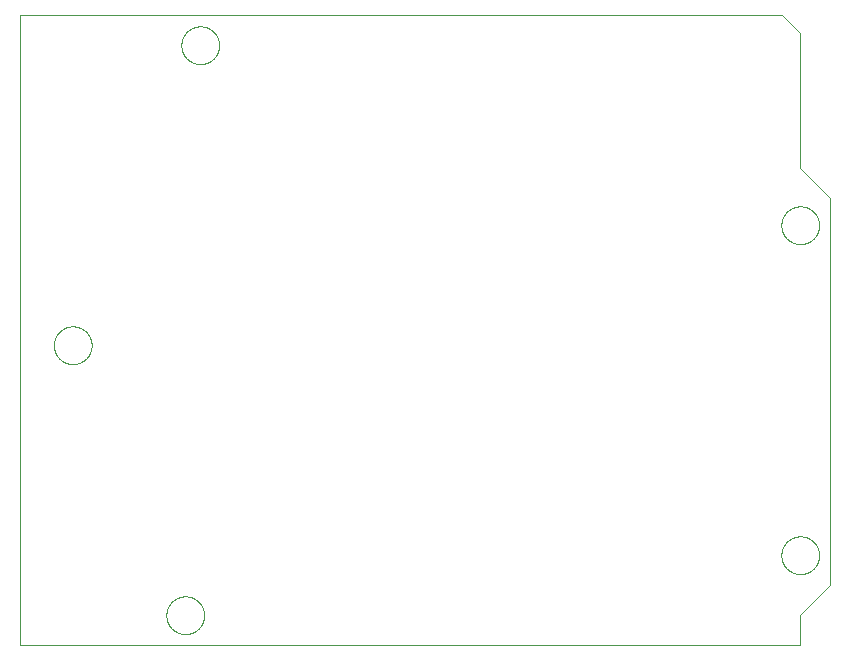
<source format=gko>
G04 This is an RS-274x file exported by *
G04 gerbv version 2.6.1 *
G04 More information is available about gerbv at *
G04 http://gerbv.geda-project.org/ *
G04 --End of header info--*
%MOIN*%
%FSLAX34Y34*%
%IPPOS*%
G04 --Define apertures--*
%ADD10C,0.0000*%
G04 --Start main section--*
G54D10*
G01X0002260Y0000500D02*
G01X0002260Y0021500D01*
G01X0002260Y0021500D02*
G01X0027660Y0021500D01*
G01X0027660Y0021500D02*
G01X0028260Y0020900D01*
G01X0028260Y0020900D02*
G01X0028260Y0016400D01*
G01X0028260Y0016400D02*
G01X0029260Y0015400D01*
G01X0029260Y0015400D02*
G01X0029260Y0002500D01*
G01X0029260Y0002500D02*
G01X0028260Y0001500D01*
G01X0028260Y0001500D02*
G01X0028260Y0000500D01*
G01X0028260Y0000500D02*
G01X0002260Y0000500D01*
G01X0007130Y0001500D02*
G01X0007130Y0001516D01*
G01X0007130Y0001516D02*
G01X0007130Y0001532D01*
G01X0007130Y0001532D02*
G01X0007131Y0001547D01*
G01X0007131Y0001547D02*
G01X0007133Y0001563D01*
G01X0007133Y0001563D02*
G01X0007135Y0001579D01*
G01X0007135Y0001579D02*
G01X0007137Y0001595D01*
G01X0007137Y0001595D02*
G01X0007139Y0001610D01*
G01X0007139Y0001610D02*
G01X0007142Y0001626D01*
G01X0007142Y0001626D02*
G01X0007146Y0001641D01*
G01X0007146Y0001641D02*
G01X0007149Y0001657D01*
G01X0007149Y0001657D02*
G01X0007154Y0001672D01*
G01X0007154Y0001672D02*
G01X0007158Y0001687D01*
G01X0007158Y0001687D02*
G01X0007163Y0001702D01*
G01X0007163Y0001702D02*
G01X0007168Y0001717D01*
G01X0007168Y0001717D02*
G01X0007174Y0001732D01*
G01X0007174Y0001732D02*
G01X0007180Y0001747D01*
G01X0007180Y0001747D02*
G01X0007186Y0001761D01*
G01X0007186Y0001761D02*
G01X0007193Y0001775D01*
G01X0007193Y0001775D02*
G01X0007200Y0001790D01*
G01X0007200Y0001790D02*
G01X0007208Y0001804D01*
G01X0007208Y0001804D02*
G01X0007215Y0001817D01*
G01X0007215Y0001817D02*
G01X0007224Y0001831D01*
G01X0007224Y0001831D02*
G01X0007232Y0001844D01*
G01X0007232Y0001844D02*
G01X0007241Y0001857D01*
G01X0007241Y0001857D02*
G01X0007250Y0001870D01*
G01X0007250Y0001870D02*
G01X0007259Y0001883D01*
G01X0007259Y0001883D02*
G01X0007269Y0001895D01*
G01X0007269Y0001895D02*
G01X0007279Y0001908D01*
G01X0007279Y0001908D02*
G01X0007290Y0001920D01*
G01X0007290Y0001920D02*
G01X0007300Y0001931D01*
G01X0007300Y0001931D02*
G01X0007311Y0001943D01*
G01X0007311Y0001943D02*
G01X0007323Y0001954D01*
G01X0007323Y0001954D02*
G01X0007334Y0001965D01*
G01X0007334Y0001965D02*
G01X0007346Y0001975D01*
G01X0007346Y0001975D02*
G01X0007358Y0001985D01*
G01X0007358Y0001985D02*
G01X0007370Y0001995D01*
G01X0007370Y0001995D02*
G01X0007383Y0002005D01*
G01X0007383Y0002005D02*
G01X0007396Y0002014D01*
G01X0007396Y0002014D02*
G01X0007409Y0002023D01*
G01X0007409Y0002023D02*
G01X0007422Y0002032D01*
G01X0007422Y0002032D02*
G01X0007436Y0002040D01*
G01X0007436Y0002040D02*
G01X0007449Y0002048D01*
G01X0007449Y0002048D02*
G01X0007463Y0002056D01*
G01X0007463Y0002056D02*
G01X0007477Y0002063D01*
G01X0007477Y0002063D02*
G01X0007491Y0002070D01*
G01X0007491Y0002070D02*
G01X0007506Y0002077D01*
G01X0007506Y0002077D02*
G01X0007520Y0002083D01*
G01X0007520Y0002083D02*
G01X0007535Y0002089D01*
G01X0007535Y0002089D02*
G01X0007550Y0002094D01*
G01X0007550Y0002094D02*
G01X0007565Y0002099D01*
G01X0007565Y0002099D02*
G01X0007580Y0002104D01*
G01X0007580Y0002104D02*
G01X0007595Y0002108D01*
G01X0007595Y0002108D02*
G01X0007611Y0002112D01*
G01X0007611Y0002112D02*
G01X0007626Y0002116D01*
G01X0007626Y0002116D02*
G01X0007642Y0002119D01*
G01X0007642Y0002119D02*
G01X0007657Y0002122D01*
G01X0007657Y0002122D02*
G01X0007673Y0002124D01*
G01X0007673Y0002124D02*
G01X0007688Y0002126D01*
G01X0007688Y0002126D02*
G01X0007704Y0002128D01*
G01X0007704Y0002128D02*
G01X0007720Y0002129D01*
G01X0007720Y0002129D02*
G01X0007736Y0002130D01*
G01X0007736Y0002130D02*
G01X0007752Y0002130D01*
G01X0007752Y0002130D02*
G01X0007767Y0002130D01*
G01X0007767Y0002130D02*
G01X0007783Y0002130D01*
G01X0007783Y0002130D02*
G01X0007799Y0002129D01*
G01X0007799Y0002129D02*
G01X0007815Y0002128D01*
G01X0007815Y0002128D02*
G01X0007831Y0002126D01*
G01X0007831Y0002126D02*
G01X0007846Y0002124D01*
G01X0007846Y0002124D02*
G01X0007862Y0002122D01*
G01X0007862Y0002122D02*
G01X0007877Y0002119D01*
G01X0007877Y0002119D02*
G01X0007893Y0002116D01*
G01X0007893Y0002116D02*
G01X0007909Y0002112D01*
G01X0007909Y0002112D02*
G01X0007924Y0002108D01*
G01X0007924Y0002108D02*
G01X0007939Y0002104D01*
G01X0007939Y0002104D02*
G01X0007954Y0002099D01*
G01X0007954Y0002099D02*
G01X0007969Y0002094D01*
G01X0007969Y0002094D02*
G01X0007984Y0002089D01*
G01X0007984Y0002089D02*
G01X0007999Y0002083D01*
G01X0007999Y0002083D02*
G01X0008013Y0002077D01*
G01X0008013Y0002077D02*
G01X0008028Y0002070D01*
G01X0008028Y0002070D02*
G01X0008042Y0002063D01*
G01X0008042Y0002063D02*
G01X0008056Y0002056D01*
G01X0008056Y0002056D02*
G01X0008070Y0002048D01*
G01X0008070Y0002048D02*
G01X0008084Y0002040D01*
G01X0008084Y0002040D02*
G01X0008097Y0002032D01*
G01X0008097Y0002032D02*
G01X0008110Y0002023D01*
G01X0008110Y0002023D02*
G01X0008123Y0002014D01*
G01X0008123Y0002014D02*
G01X0008136Y0002005D01*
G01X0008136Y0002005D02*
G01X0008149Y0001995D01*
G01X0008149Y0001995D02*
G01X0008161Y0001985D01*
G01X0008161Y0001985D02*
G01X0008173Y0001975D01*
G01X0008173Y0001975D02*
G01X0008185Y0001965D01*
G01X0008185Y0001965D02*
G01X0008196Y0001954D01*
G01X0008196Y0001954D02*
G01X0008208Y0001943D01*
G01X0008208Y0001943D02*
G01X0008219Y0001931D01*
G01X0008219Y0001931D02*
G01X0008229Y0001920D01*
G01X0008229Y0001920D02*
G01X0008240Y0001908D01*
G01X0008240Y0001908D02*
G01X0008250Y0001895D01*
G01X0008250Y0001895D02*
G01X0008260Y0001883D01*
G01X0008260Y0001883D02*
G01X0008269Y0001870D01*
G01X0008269Y0001870D02*
G01X0008278Y0001857D01*
G01X0008278Y0001857D02*
G01X0008287Y0001844D01*
G01X0008287Y0001844D02*
G01X0008296Y0001831D01*
G01X0008296Y0001831D02*
G01X0008304Y0001817D01*
G01X0008304Y0001817D02*
G01X0008312Y0001804D01*
G01X0008312Y0001804D02*
G01X0008319Y0001790D01*
G01X0008319Y0001790D02*
G01X0008326Y0001775D01*
G01X0008326Y0001775D02*
G01X0008333Y0001761D01*
G01X0008333Y0001761D02*
G01X0008339Y0001747D01*
G01X0008339Y0001747D02*
G01X0008345Y0001732D01*
G01X0008345Y0001732D02*
G01X0008351Y0001717D01*
G01X0008351Y0001717D02*
G01X0008356Y0001702D01*
G01X0008356Y0001702D02*
G01X0008361Y0001687D01*
G01X0008361Y0001687D02*
G01X0008366Y0001672D01*
G01X0008366Y0001672D02*
G01X0008370Y0001657D01*
G01X0008370Y0001657D02*
G01X0008373Y0001641D01*
G01X0008373Y0001641D02*
G01X0008377Y0001626D01*
G01X0008377Y0001626D02*
G01X0008380Y0001610D01*
G01X0008380Y0001610D02*
G01X0008382Y0001595D01*
G01X0008382Y0001595D02*
G01X0008384Y0001579D01*
G01X0008384Y0001579D02*
G01X0008386Y0001563D01*
G01X0008386Y0001563D02*
G01X0008388Y0001547D01*
G01X0008388Y0001547D02*
G01X0008389Y0001532D01*
G01X0008389Y0001532D02*
G01X0008389Y0001516D01*
G01X0008389Y0001516D02*
G01X0008389Y0001500D01*
G01X0008389Y0001500D02*
G01X0008389Y0001484D01*
G01X0008389Y0001484D02*
G01X0008389Y0001468D01*
G01X0008389Y0001468D02*
G01X0008388Y0001453D01*
G01X0008388Y0001453D02*
G01X0008386Y0001437D01*
G01X0008386Y0001437D02*
G01X0008384Y0001421D01*
G01X0008384Y0001421D02*
G01X0008382Y0001405D01*
G01X0008382Y0001405D02*
G01X0008380Y0001390D01*
G01X0008380Y0001390D02*
G01X0008377Y0001374D01*
G01X0008377Y0001374D02*
G01X0008373Y0001359D01*
G01X0008373Y0001359D02*
G01X0008370Y0001343D01*
G01X0008370Y0001343D02*
G01X0008366Y0001328D01*
G01X0008366Y0001328D02*
G01X0008361Y0001313D01*
G01X0008361Y0001313D02*
G01X0008356Y0001298D01*
G01X0008356Y0001298D02*
G01X0008351Y0001283D01*
G01X0008351Y0001283D02*
G01X0008345Y0001268D01*
G01X0008345Y0001268D02*
G01X0008339Y0001254D01*
G01X0008339Y0001254D02*
G01X0008333Y0001239D01*
G01X0008333Y0001239D02*
G01X0008326Y0001225D01*
G01X0008326Y0001225D02*
G01X0008319Y0001211D01*
G01X0008319Y0001211D02*
G01X0008312Y0001197D01*
G01X0008312Y0001197D02*
G01X0008304Y0001183D01*
G01X0008304Y0001183D02*
G01X0008296Y0001169D01*
G01X0008296Y0001169D02*
G01X0008287Y0001156D01*
G01X0008287Y0001156D02*
G01X0008278Y0001143D01*
G01X0008278Y0001143D02*
G01X0008269Y0001130D01*
G01X0008269Y0001130D02*
G01X0008260Y0001117D01*
G01X0008260Y0001117D02*
G01X0008250Y0001105D01*
G01X0008250Y0001105D02*
G01X0008240Y0001092D01*
G01X0008240Y0001092D02*
G01X0008229Y0001081D01*
G01X0008229Y0001081D02*
G01X0008219Y0001069D01*
G01X0008219Y0001069D02*
G01X0008208Y0001057D01*
G01X0008208Y0001057D02*
G01X0008196Y0001046D01*
G01X0008196Y0001046D02*
G01X0008185Y0001035D01*
G01X0008185Y0001035D02*
G01X0008173Y0001025D01*
G01X0008173Y0001025D02*
G01X0008161Y0001015D01*
G01X0008161Y0001015D02*
G01X0008149Y0001005D01*
G01X0008149Y0001005D02*
G01X0008136Y0000995D01*
G01X0008136Y0000995D02*
G01X0008123Y0000986D01*
G01X0008123Y0000986D02*
G01X0008110Y0000977D01*
G01X0008110Y0000977D02*
G01X0008097Y0000968D01*
G01X0008097Y0000968D02*
G01X0008084Y0000960D01*
G01X0008084Y0000960D02*
G01X0008070Y0000952D01*
G01X0008070Y0000952D02*
G01X0008056Y0000944D01*
G01X0008056Y0000944D02*
G01X0008042Y0000937D01*
G01X0008042Y0000937D02*
G01X0008028Y0000930D01*
G01X0008028Y0000930D02*
G01X0008013Y0000924D01*
G01X0008013Y0000924D02*
G01X0007999Y0000917D01*
G01X0007999Y0000917D02*
G01X0007984Y0000912D01*
G01X0007984Y0000912D02*
G01X0007969Y0000906D01*
G01X0007969Y0000906D02*
G01X0007954Y0000901D01*
G01X0007954Y0000901D02*
G01X0007939Y0000896D01*
G01X0007939Y0000896D02*
G01X0007924Y0000892D01*
G01X0007924Y0000892D02*
G01X0007909Y0000888D01*
G01X0007909Y0000888D02*
G01X0007893Y0000884D01*
G01X0007893Y0000884D02*
G01X0007877Y0000881D01*
G01X0007877Y0000881D02*
G01X0007862Y0000879D01*
G01X0007862Y0000879D02*
G01X0007846Y0000876D01*
G01X0007846Y0000876D02*
G01X0007831Y0000874D01*
G01X0007831Y0000874D02*
G01X0007815Y0000872D01*
G01X0007815Y0000872D02*
G01X0007799Y0000871D01*
G01X0007799Y0000871D02*
G01X0007783Y0000871D01*
G01X0007783Y0000871D02*
G01X0007767Y0000870D01*
G01X0007767Y0000870D02*
G01X0007752Y0000870D01*
G01X0007752Y0000870D02*
G01X0007736Y0000871D01*
G01X0007736Y0000871D02*
G01X0007720Y0000871D01*
G01X0007720Y0000871D02*
G01X0007704Y0000872D01*
G01X0007704Y0000872D02*
G01X0007688Y0000874D01*
G01X0007688Y0000874D02*
G01X0007673Y0000876D01*
G01X0007673Y0000876D02*
G01X0007657Y0000879D01*
G01X0007657Y0000879D02*
G01X0007642Y0000881D01*
G01X0007642Y0000881D02*
G01X0007626Y0000884D01*
G01X0007626Y0000884D02*
G01X0007611Y0000888D01*
G01X0007611Y0000888D02*
G01X0007595Y0000892D01*
G01X0007595Y0000892D02*
G01X0007580Y0000896D01*
G01X0007580Y0000896D02*
G01X0007565Y0000901D01*
G01X0007565Y0000901D02*
G01X0007550Y0000906D01*
G01X0007550Y0000906D02*
G01X0007535Y0000912D01*
G01X0007535Y0000912D02*
G01X0007520Y0000917D01*
G01X0007520Y0000917D02*
G01X0007506Y0000924D01*
G01X0007506Y0000924D02*
G01X0007491Y0000930D01*
G01X0007491Y0000930D02*
G01X0007477Y0000937D01*
G01X0007477Y0000937D02*
G01X0007463Y0000944D01*
G01X0007463Y0000944D02*
G01X0007449Y0000952D01*
G01X0007449Y0000952D02*
G01X0007436Y0000960D01*
G01X0007436Y0000960D02*
G01X0007422Y0000968D01*
G01X0007422Y0000968D02*
G01X0007409Y0000977D01*
G01X0007409Y0000977D02*
G01X0007396Y0000986D01*
G01X0007396Y0000986D02*
G01X0007383Y0000995D01*
G01X0007383Y0000995D02*
G01X0007370Y0001005D01*
G01X0007370Y0001005D02*
G01X0007358Y0001015D01*
G01X0007358Y0001015D02*
G01X0007346Y0001025D01*
G01X0007346Y0001025D02*
G01X0007334Y0001035D01*
G01X0007334Y0001035D02*
G01X0007323Y0001046D01*
G01X0007323Y0001046D02*
G01X0007311Y0001057D01*
G01X0007311Y0001057D02*
G01X0007300Y0001069D01*
G01X0007300Y0001069D02*
G01X0007290Y0001081D01*
G01X0007290Y0001081D02*
G01X0007279Y0001092D01*
G01X0007279Y0001092D02*
G01X0007269Y0001105D01*
G01X0007269Y0001105D02*
G01X0007259Y0001117D01*
G01X0007259Y0001117D02*
G01X0007250Y0001130D01*
G01X0007250Y0001130D02*
G01X0007241Y0001143D01*
G01X0007241Y0001143D02*
G01X0007232Y0001156D01*
G01X0007232Y0001156D02*
G01X0007224Y0001169D01*
G01X0007224Y0001169D02*
G01X0007215Y0001183D01*
G01X0007215Y0001183D02*
G01X0007208Y0001197D01*
G01X0007208Y0001197D02*
G01X0007200Y0001211D01*
G01X0007200Y0001211D02*
G01X0007193Y0001225D01*
G01X0007193Y0001225D02*
G01X0007186Y0001239D01*
G01X0007186Y0001239D02*
G01X0007180Y0001254D01*
G01X0007180Y0001254D02*
G01X0007174Y0001268D01*
G01X0007174Y0001268D02*
G01X0007168Y0001283D01*
G01X0007168Y0001283D02*
G01X0007163Y0001298D01*
G01X0007163Y0001298D02*
G01X0007158Y0001313D01*
G01X0007158Y0001313D02*
G01X0007154Y0001328D01*
G01X0007154Y0001328D02*
G01X0007149Y0001343D01*
G01X0007149Y0001343D02*
G01X0007146Y0001359D01*
G01X0007146Y0001359D02*
G01X0007142Y0001374D01*
G01X0007142Y0001374D02*
G01X0007139Y0001390D01*
G01X0007139Y0001390D02*
G01X0007137Y0001405D01*
G01X0007137Y0001405D02*
G01X0007135Y0001421D01*
G01X0007135Y0001421D02*
G01X0007133Y0001437D01*
G01X0007133Y0001437D02*
G01X0007131Y0001453D01*
G01X0007131Y0001453D02*
G01X0007130Y0001468D01*
G01X0007130Y0001468D02*
G01X0007130Y0001484D01*
G01X0007130Y0001484D02*
G01X0007130Y0001500D01*
G01X0003380Y0010500D02*
G01X0003380Y0010516D01*
G01X0003380Y0010516D02*
G01X0003380Y0010532D01*
G01X0003380Y0010532D02*
G01X0003381Y0010547D01*
G01X0003381Y0010547D02*
G01X0003383Y0010563D01*
G01X0003383Y0010563D02*
G01X0003385Y0010579D01*
G01X0003385Y0010579D02*
G01X0003387Y0010595D01*
G01X0003387Y0010595D02*
G01X0003389Y0010610D01*
G01X0003389Y0010610D02*
G01X0003392Y0010626D01*
G01X0003392Y0010626D02*
G01X0003396Y0010641D01*
G01X0003396Y0010641D02*
G01X0003399Y0010657D01*
G01X0003399Y0010657D02*
G01X0003404Y0010672D01*
G01X0003404Y0010672D02*
G01X0003408Y0010687D01*
G01X0003408Y0010687D02*
G01X0003413Y0010702D01*
G01X0003413Y0010702D02*
G01X0003418Y0010717D01*
G01X0003418Y0010717D02*
G01X0003424Y0010732D01*
G01X0003424Y0010732D02*
G01X0003430Y0010747D01*
G01X0003430Y0010747D02*
G01X0003436Y0010761D01*
G01X0003436Y0010761D02*
G01X0003443Y0010775D01*
G01X0003443Y0010775D02*
G01X0003450Y0010790D01*
G01X0003450Y0010790D02*
G01X0003458Y0010804D01*
G01X0003458Y0010804D02*
G01X0003465Y0010817D01*
G01X0003465Y0010817D02*
G01X0003474Y0010831D01*
G01X0003474Y0010831D02*
G01X0003482Y0010844D01*
G01X0003482Y0010844D02*
G01X0003491Y0010857D01*
G01X0003491Y0010857D02*
G01X0003500Y0010870D01*
G01X0003500Y0010870D02*
G01X0003509Y0010883D01*
G01X0003509Y0010883D02*
G01X0003519Y0010895D01*
G01X0003519Y0010895D02*
G01X0003529Y0010908D01*
G01X0003529Y0010908D02*
G01X0003540Y0010920D01*
G01X0003540Y0010920D02*
G01X0003550Y0010931D01*
G01X0003550Y0010931D02*
G01X0003561Y0010943D01*
G01X0003561Y0010943D02*
G01X0003573Y0010954D01*
G01X0003573Y0010954D02*
G01X0003584Y0010965D01*
G01X0003584Y0010965D02*
G01X0003596Y0010975D01*
G01X0003596Y0010975D02*
G01X0003608Y0010985D01*
G01X0003608Y0010985D02*
G01X0003620Y0010995D01*
G01X0003620Y0010995D02*
G01X0003633Y0011005D01*
G01X0003633Y0011005D02*
G01X0003646Y0011014D01*
G01X0003646Y0011014D02*
G01X0003659Y0011023D01*
G01X0003659Y0011023D02*
G01X0003672Y0011032D01*
G01X0003672Y0011032D02*
G01X0003686Y0011040D01*
G01X0003686Y0011040D02*
G01X0003699Y0011048D01*
G01X0003699Y0011048D02*
G01X0003713Y0011056D01*
G01X0003713Y0011056D02*
G01X0003727Y0011063D01*
G01X0003727Y0011063D02*
G01X0003741Y0011070D01*
G01X0003741Y0011070D02*
G01X0003756Y0011077D01*
G01X0003756Y0011077D02*
G01X0003770Y0011083D01*
G01X0003770Y0011083D02*
G01X0003785Y0011088D01*
G01X0003785Y0011088D02*
G01X0003800Y0011094D01*
G01X0003800Y0011094D02*
G01X0003815Y0011099D01*
G01X0003815Y0011099D02*
G01X0003830Y0011104D01*
G01X0003830Y0011104D02*
G01X0003845Y0011108D01*
G01X0003845Y0011108D02*
G01X0003861Y0011112D01*
G01X0003861Y0011112D02*
G01X0003876Y0011116D01*
G01X0003876Y0011116D02*
G01X0003892Y0011119D01*
G01X0003892Y0011119D02*
G01X0003907Y0011122D01*
G01X0003907Y0011122D02*
G01X0003923Y0011124D01*
G01X0003923Y0011124D02*
G01X0003938Y0011126D01*
G01X0003938Y0011126D02*
G01X0003954Y0011127D01*
G01X0003954Y0011127D02*
G01X0003970Y0011129D01*
G01X0003970Y0011129D02*
G01X0003986Y0011130D01*
G01X0003986Y0011130D02*
G01X0004002Y0011130D01*
G01X0004002Y0011130D02*
G01X0004017Y0011130D01*
G01X0004017Y0011130D02*
G01X0004033Y0011130D01*
G01X0004033Y0011130D02*
G01X0004049Y0011129D01*
G01X0004049Y0011129D02*
G01X0004065Y0011127D01*
G01X0004065Y0011127D02*
G01X0004081Y0011126D01*
G01X0004081Y0011126D02*
G01X0004096Y0011124D01*
G01X0004096Y0011124D02*
G01X0004112Y0011122D01*
G01X0004112Y0011122D02*
G01X0004128Y0011119D01*
G01X0004128Y0011119D02*
G01X0004143Y0011116D01*
G01X0004143Y0011116D02*
G01X0004159Y0011112D01*
G01X0004159Y0011112D02*
G01X0004174Y0011108D01*
G01X0004174Y0011108D02*
G01X0004189Y0011104D01*
G01X0004189Y0011104D02*
G01X0004204Y0011099D01*
G01X0004204Y0011099D02*
G01X0004219Y0011094D01*
G01X0004219Y0011094D02*
G01X0004234Y0011088D01*
G01X0004234Y0011088D02*
G01X0004249Y0011083D01*
G01X0004249Y0011083D02*
G01X0004263Y0011077D01*
G01X0004263Y0011077D02*
G01X0004278Y0011070D01*
G01X0004278Y0011070D02*
G01X0004292Y0011063D01*
G01X0004292Y0011063D02*
G01X0004306Y0011056D01*
G01X0004306Y0011056D02*
G01X0004320Y0011048D01*
G01X0004320Y0011048D02*
G01X0004334Y0011040D01*
G01X0004334Y0011040D02*
G01X0004347Y0011032D01*
G01X0004347Y0011032D02*
G01X0004360Y0011023D01*
G01X0004360Y0011023D02*
G01X0004373Y0011014D01*
G01X0004373Y0011014D02*
G01X0004386Y0011005D01*
G01X0004386Y0011005D02*
G01X0004399Y0010995D01*
G01X0004399Y0010995D02*
G01X0004411Y0010985D01*
G01X0004411Y0010985D02*
G01X0004423Y0010975D01*
G01X0004423Y0010975D02*
G01X0004435Y0010965D01*
G01X0004435Y0010965D02*
G01X0004446Y0010954D01*
G01X0004446Y0010954D02*
G01X0004458Y0010943D01*
G01X0004458Y0010943D02*
G01X0004469Y0010931D01*
G01X0004469Y0010931D02*
G01X0004479Y0010920D01*
G01X0004479Y0010920D02*
G01X0004490Y0010908D01*
G01X0004490Y0010908D02*
G01X0004500Y0010895D01*
G01X0004500Y0010895D02*
G01X0004510Y0010883D01*
G01X0004510Y0010883D02*
G01X0004519Y0010870D01*
G01X0004519Y0010870D02*
G01X0004528Y0010857D01*
G01X0004528Y0010857D02*
G01X0004537Y0010844D01*
G01X0004537Y0010844D02*
G01X0004546Y0010831D01*
G01X0004546Y0010831D02*
G01X0004554Y0010817D01*
G01X0004554Y0010817D02*
G01X0004562Y0010804D01*
G01X0004562Y0010804D02*
G01X0004569Y0010790D01*
G01X0004569Y0010790D02*
G01X0004576Y0010775D01*
G01X0004576Y0010775D02*
G01X0004583Y0010761D01*
G01X0004583Y0010761D02*
G01X0004589Y0010747D01*
G01X0004589Y0010747D02*
G01X0004595Y0010732D01*
G01X0004595Y0010732D02*
G01X0004601Y0010717D01*
G01X0004601Y0010717D02*
G01X0004606Y0010702D01*
G01X0004606Y0010702D02*
G01X0004611Y0010687D01*
G01X0004611Y0010687D02*
G01X0004616Y0010672D01*
G01X0004616Y0010672D02*
G01X0004620Y0010657D01*
G01X0004620Y0010657D02*
G01X0004623Y0010641D01*
G01X0004623Y0010641D02*
G01X0004627Y0010626D01*
G01X0004627Y0010626D02*
G01X0004630Y0010610D01*
G01X0004630Y0010610D02*
G01X0004632Y0010595D01*
G01X0004632Y0010595D02*
G01X0004634Y0010579D01*
G01X0004634Y0010579D02*
G01X0004636Y0010563D01*
G01X0004636Y0010563D02*
G01X0004638Y0010547D01*
G01X0004638Y0010547D02*
G01X0004639Y0010532D01*
G01X0004639Y0010532D02*
G01X0004639Y0010516D01*
G01X0004639Y0010516D02*
G01X0004639Y0010500D01*
G01X0004639Y0010500D02*
G01X0004639Y0010484D01*
G01X0004639Y0010484D02*
G01X0004639Y0010468D01*
G01X0004639Y0010468D02*
G01X0004638Y0010453D01*
G01X0004638Y0010453D02*
G01X0004636Y0010437D01*
G01X0004636Y0010437D02*
G01X0004634Y0010421D01*
G01X0004634Y0010421D02*
G01X0004632Y0010405D01*
G01X0004632Y0010405D02*
G01X0004630Y0010390D01*
G01X0004630Y0010390D02*
G01X0004627Y0010374D01*
G01X0004627Y0010374D02*
G01X0004623Y0010359D01*
G01X0004623Y0010359D02*
G01X0004620Y0010343D01*
G01X0004620Y0010343D02*
G01X0004616Y0010328D01*
G01X0004616Y0010328D02*
G01X0004611Y0010313D01*
G01X0004611Y0010313D02*
G01X0004606Y0010298D01*
G01X0004606Y0010298D02*
G01X0004601Y0010283D01*
G01X0004601Y0010283D02*
G01X0004595Y0010268D01*
G01X0004595Y0010268D02*
G01X0004589Y0010254D01*
G01X0004589Y0010254D02*
G01X0004583Y0010239D01*
G01X0004583Y0010239D02*
G01X0004576Y0010225D01*
G01X0004576Y0010225D02*
G01X0004569Y0010211D01*
G01X0004569Y0010211D02*
G01X0004562Y0010197D01*
G01X0004562Y0010197D02*
G01X0004554Y0010183D01*
G01X0004554Y0010183D02*
G01X0004546Y0010169D01*
G01X0004546Y0010169D02*
G01X0004537Y0010156D01*
G01X0004537Y0010156D02*
G01X0004528Y0010143D01*
G01X0004528Y0010143D02*
G01X0004519Y0010130D01*
G01X0004519Y0010130D02*
G01X0004510Y0010117D01*
G01X0004510Y0010117D02*
G01X0004500Y0010105D01*
G01X0004500Y0010105D02*
G01X0004490Y0010092D01*
G01X0004490Y0010092D02*
G01X0004479Y0010080D01*
G01X0004479Y0010080D02*
G01X0004469Y0010069D01*
G01X0004469Y0010069D02*
G01X0004458Y0010057D01*
G01X0004458Y0010057D02*
G01X0004446Y0010046D01*
G01X0004446Y0010046D02*
G01X0004435Y0010035D01*
G01X0004435Y0010035D02*
G01X0004423Y0010025D01*
G01X0004423Y0010025D02*
G01X0004411Y0010015D01*
G01X0004411Y0010015D02*
G01X0004399Y0010005D01*
G01X0004399Y0010005D02*
G01X0004386Y0009995D01*
G01X0004386Y0009995D02*
G01X0004373Y0009986D01*
G01X0004373Y0009986D02*
G01X0004360Y0009977D01*
G01X0004360Y0009977D02*
G01X0004347Y0009968D01*
G01X0004347Y0009968D02*
G01X0004334Y0009960D01*
G01X0004334Y0009960D02*
G01X0004320Y0009952D01*
G01X0004320Y0009952D02*
G01X0004306Y0009944D01*
G01X0004306Y0009944D02*
G01X0004292Y0009937D01*
G01X0004292Y0009937D02*
G01X0004278Y0009930D01*
G01X0004278Y0009930D02*
G01X0004263Y0009924D01*
G01X0004263Y0009924D02*
G01X0004249Y0009917D01*
G01X0004249Y0009917D02*
G01X0004234Y0009912D01*
G01X0004234Y0009912D02*
G01X0004219Y0009906D01*
G01X0004219Y0009906D02*
G01X0004204Y0009901D01*
G01X0004204Y0009901D02*
G01X0004189Y0009896D01*
G01X0004189Y0009896D02*
G01X0004174Y0009892D01*
G01X0004174Y0009892D02*
G01X0004159Y0009888D01*
G01X0004159Y0009888D02*
G01X0004143Y0009884D01*
G01X0004143Y0009884D02*
G01X0004128Y0009881D01*
G01X0004128Y0009881D02*
G01X0004112Y0009879D01*
G01X0004112Y0009879D02*
G01X0004096Y0009876D01*
G01X0004096Y0009876D02*
G01X0004081Y0009874D01*
G01X0004081Y0009874D02*
G01X0004065Y0009873D01*
G01X0004065Y0009873D02*
G01X0004049Y0009871D01*
G01X0004049Y0009871D02*
G01X0004033Y0009871D01*
G01X0004033Y0009871D02*
G01X0004017Y0009870D01*
G01X0004017Y0009870D02*
G01X0004002Y0009870D01*
G01X0004002Y0009870D02*
G01X0003986Y0009871D01*
G01X0003986Y0009871D02*
G01X0003970Y0009871D01*
G01X0003970Y0009871D02*
G01X0003954Y0009873D01*
G01X0003954Y0009873D02*
G01X0003938Y0009874D01*
G01X0003938Y0009874D02*
G01X0003923Y0009876D01*
G01X0003923Y0009876D02*
G01X0003907Y0009879D01*
G01X0003907Y0009879D02*
G01X0003892Y0009881D01*
G01X0003892Y0009881D02*
G01X0003876Y0009884D01*
G01X0003876Y0009884D02*
G01X0003861Y0009888D01*
G01X0003861Y0009888D02*
G01X0003845Y0009892D01*
G01X0003845Y0009892D02*
G01X0003830Y0009896D01*
G01X0003830Y0009896D02*
G01X0003815Y0009901D01*
G01X0003815Y0009901D02*
G01X0003800Y0009906D01*
G01X0003800Y0009906D02*
G01X0003785Y0009912D01*
G01X0003785Y0009912D02*
G01X0003770Y0009917D01*
G01X0003770Y0009917D02*
G01X0003756Y0009924D01*
G01X0003756Y0009924D02*
G01X0003741Y0009930D01*
G01X0003741Y0009930D02*
G01X0003727Y0009937D01*
G01X0003727Y0009937D02*
G01X0003713Y0009944D01*
G01X0003713Y0009944D02*
G01X0003699Y0009952D01*
G01X0003699Y0009952D02*
G01X0003686Y0009960D01*
G01X0003686Y0009960D02*
G01X0003672Y0009968D01*
G01X0003672Y0009968D02*
G01X0003659Y0009977D01*
G01X0003659Y0009977D02*
G01X0003646Y0009986D01*
G01X0003646Y0009986D02*
G01X0003633Y0009995D01*
G01X0003633Y0009995D02*
G01X0003620Y0010005D01*
G01X0003620Y0010005D02*
G01X0003608Y0010015D01*
G01X0003608Y0010015D02*
G01X0003596Y0010025D01*
G01X0003596Y0010025D02*
G01X0003584Y0010035D01*
G01X0003584Y0010035D02*
G01X0003573Y0010046D01*
G01X0003573Y0010046D02*
G01X0003561Y0010057D01*
G01X0003561Y0010057D02*
G01X0003550Y0010069D01*
G01X0003550Y0010069D02*
G01X0003540Y0010080D01*
G01X0003540Y0010080D02*
G01X0003529Y0010092D01*
G01X0003529Y0010092D02*
G01X0003519Y0010105D01*
G01X0003519Y0010105D02*
G01X0003509Y0010117D01*
G01X0003509Y0010117D02*
G01X0003500Y0010130D01*
G01X0003500Y0010130D02*
G01X0003491Y0010143D01*
G01X0003491Y0010143D02*
G01X0003482Y0010156D01*
G01X0003482Y0010156D02*
G01X0003474Y0010169D01*
G01X0003474Y0010169D02*
G01X0003465Y0010183D01*
G01X0003465Y0010183D02*
G01X0003458Y0010197D01*
G01X0003458Y0010197D02*
G01X0003450Y0010211D01*
G01X0003450Y0010211D02*
G01X0003443Y0010225D01*
G01X0003443Y0010225D02*
G01X0003436Y0010239D01*
G01X0003436Y0010239D02*
G01X0003430Y0010254D01*
G01X0003430Y0010254D02*
G01X0003424Y0010268D01*
G01X0003424Y0010268D02*
G01X0003418Y0010283D01*
G01X0003418Y0010283D02*
G01X0003413Y0010298D01*
G01X0003413Y0010298D02*
G01X0003408Y0010313D01*
G01X0003408Y0010313D02*
G01X0003404Y0010328D01*
G01X0003404Y0010328D02*
G01X0003399Y0010343D01*
G01X0003399Y0010343D02*
G01X0003396Y0010359D01*
G01X0003396Y0010359D02*
G01X0003392Y0010374D01*
G01X0003392Y0010374D02*
G01X0003389Y0010390D01*
G01X0003389Y0010390D02*
G01X0003387Y0010405D01*
G01X0003387Y0010405D02*
G01X0003385Y0010421D01*
G01X0003385Y0010421D02*
G01X0003383Y0010437D01*
G01X0003383Y0010437D02*
G01X0003381Y0010453D01*
G01X0003381Y0010453D02*
G01X0003380Y0010468D01*
G01X0003380Y0010468D02*
G01X0003380Y0010484D01*
G01X0003380Y0010484D02*
G01X0003380Y0010500D01*
G01X0007630Y0020500D02*
G01X0007630Y0020516D01*
G01X0007630Y0020516D02*
G01X0007630Y0020532D01*
G01X0007630Y0020532D02*
G01X0007631Y0020547D01*
G01X0007631Y0020547D02*
G01X0007633Y0020563D01*
G01X0007633Y0020563D02*
G01X0007635Y0020579D01*
G01X0007635Y0020579D02*
G01X0007637Y0020595D01*
G01X0007637Y0020595D02*
G01X0007639Y0020610D01*
G01X0007639Y0020610D02*
G01X0007642Y0020626D01*
G01X0007642Y0020626D02*
G01X0007646Y0020641D01*
G01X0007646Y0020641D02*
G01X0007649Y0020657D01*
G01X0007649Y0020657D02*
G01X0007654Y0020672D01*
G01X0007654Y0020672D02*
G01X0007658Y0020687D01*
G01X0007658Y0020687D02*
G01X0007663Y0020702D01*
G01X0007663Y0020702D02*
G01X0007668Y0020717D01*
G01X0007668Y0020717D02*
G01X0007674Y0020732D01*
G01X0007674Y0020732D02*
G01X0007680Y0020747D01*
G01X0007680Y0020747D02*
G01X0007686Y0020761D01*
G01X0007686Y0020761D02*
G01X0007693Y0020775D01*
G01X0007693Y0020775D02*
G01X0007700Y0020790D01*
G01X0007700Y0020790D02*
G01X0007708Y0020804D01*
G01X0007708Y0020804D02*
G01X0007715Y0020817D01*
G01X0007715Y0020817D02*
G01X0007724Y0020831D01*
G01X0007724Y0020831D02*
G01X0007732Y0020844D01*
G01X0007732Y0020844D02*
G01X0007741Y0020857D01*
G01X0007741Y0020857D02*
G01X0007750Y0020870D01*
G01X0007750Y0020870D02*
G01X0007759Y0020883D01*
G01X0007759Y0020883D02*
G01X0007769Y0020895D01*
G01X0007769Y0020895D02*
G01X0007779Y0020908D01*
G01X0007779Y0020908D02*
G01X0007790Y0020920D01*
G01X0007790Y0020920D02*
G01X0007800Y0020931D01*
G01X0007800Y0020931D02*
G01X0007811Y0020943D01*
G01X0007811Y0020943D02*
G01X0007823Y0020954D01*
G01X0007823Y0020954D02*
G01X0007834Y0020965D01*
G01X0007834Y0020965D02*
G01X0007846Y0020975D01*
G01X0007846Y0020975D02*
G01X0007858Y0020985D01*
G01X0007858Y0020985D02*
G01X0007870Y0020995D01*
G01X0007870Y0020995D02*
G01X0007883Y0021005D01*
G01X0007883Y0021005D02*
G01X0007896Y0021014D01*
G01X0007896Y0021014D02*
G01X0007909Y0021023D01*
G01X0007909Y0021023D02*
G01X0007922Y0021032D01*
G01X0007922Y0021032D02*
G01X0007936Y0021040D01*
G01X0007936Y0021040D02*
G01X0007949Y0021048D01*
G01X0007949Y0021048D02*
G01X0007963Y0021056D01*
G01X0007963Y0021056D02*
G01X0007977Y0021063D01*
G01X0007977Y0021063D02*
G01X0007991Y0021070D01*
G01X0007991Y0021070D02*
G01X0008006Y0021077D01*
G01X0008006Y0021077D02*
G01X0008020Y0021083D01*
G01X0008020Y0021083D02*
G01X0008035Y0021089D01*
G01X0008035Y0021089D02*
G01X0008050Y0021094D01*
G01X0008050Y0021094D02*
G01X0008065Y0021099D01*
G01X0008065Y0021099D02*
G01X0008080Y0021104D01*
G01X0008080Y0021104D02*
G01X0008095Y0021108D01*
G01X0008095Y0021108D02*
G01X0008111Y0021112D01*
G01X0008111Y0021112D02*
G01X0008126Y0021116D01*
G01X0008126Y0021116D02*
G01X0008142Y0021119D01*
G01X0008142Y0021119D02*
G01X0008157Y0021122D01*
G01X0008157Y0021122D02*
G01X0008173Y0021124D01*
G01X0008173Y0021124D02*
G01X0008188Y0021126D01*
G01X0008188Y0021126D02*
G01X0008204Y0021128D01*
G01X0008204Y0021128D02*
G01X0008220Y0021129D01*
G01X0008220Y0021129D02*
G01X0008236Y0021130D01*
G01X0008236Y0021130D02*
G01X0008252Y0021130D01*
G01X0008252Y0021130D02*
G01X0008267Y0021130D01*
G01X0008267Y0021130D02*
G01X0008283Y0021130D01*
G01X0008283Y0021130D02*
G01X0008299Y0021129D01*
G01X0008299Y0021129D02*
G01X0008315Y0021128D01*
G01X0008315Y0021128D02*
G01X0008331Y0021126D01*
G01X0008331Y0021126D02*
G01X0008346Y0021124D01*
G01X0008346Y0021124D02*
G01X0008362Y0021122D01*
G01X0008362Y0021122D02*
G01X0008378Y0021119D01*
G01X0008378Y0021119D02*
G01X0008393Y0021116D01*
G01X0008393Y0021116D02*
G01X0008409Y0021112D01*
G01X0008409Y0021112D02*
G01X0008424Y0021108D01*
G01X0008424Y0021108D02*
G01X0008439Y0021104D01*
G01X0008439Y0021104D02*
G01X0008454Y0021099D01*
G01X0008454Y0021099D02*
G01X0008469Y0021094D01*
G01X0008469Y0021094D02*
G01X0008484Y0021089D01*
G01X0008484Y0021089D02*
G01X0008499Y0021083D01*
G01X0008499Y0021083D02*
G01X0008513Y0021077D01*
G01X0008513Y0021077D02*
G01X0008528Y0021070D01*
G01X0008528Y0021070D02*
G01X0008542Y0021063D01*
G01X0008542Y0021063D02*
G01X0008556Y0021056D01*
G01X0008556Y0021056D02*
G01X0008570Y0021048D01*
G01X0008570Y0021048D02*
G01X0008584Y0021040D01*
G01X0008584Y0021040D02*
G01X0008597Y0021032D01*
G01X0008597Y0021032D02*
G01X0008610Y0021023D01*
G01X0008610Y0021023D02*
G01X0008623Y0021014D01*
G01X0008623Y0021014D02*
G01X0008636Y0021005D01*
G01X0008636Y0021005D02*
G01X0008649Y0020995D01*
G01X0008649Y0020995D02*
G01X0008661Y0020985D01*
G01X0008661Y0020985D02*
G01X0008673Y0020975D01*
G01X0008673Y0020975D02*
G01X0008685Y0020965D01*
G01X0008685Y0020965D02*
G01X0008696Y0020954D01*
G01X0008696Y0020954D02*
G01X0008708Y0020943D01*
G01X0008708Y0020943D02*
G01X0008719Y0020931D01*
G01X0008719Y0020931D02*
G01X0008729Y0020920D01*
G01X0008729Y0020920D02*
G01X0008740Y0020908D01*
G01X0008740Y0020908D02*
G01X0008750Y0020895D01*
G01X0008750Y0020895D02*
G01X0008760Y0020883D01*
G01X0008760Y0020883D02*
G01X0008769Y0020870D01*
G01X0008769Y0020870D02*
G01X0008778Y0020857D01*
G01X0008778Y0020857D02*
G01X0008787Y0020844D01*
G01X0008787Y0020844D02*
G01X0008796Y0020831D01*
G01X0008796Y0020831D02*
G01X0008804Y0020817D01*
G01X0008804Y0020817D02*
G01X0008812Y0020804D01*
G01X0008812Y0020804D02*
G01X0008819Y0020790D01*
G01X0008819Y0020790D02*
G01X0008826Y0020775D01*
G01X0008826Y0020775D02*
G01X0008833Y0020761D01*
G01X0008833Y0020761D02*
G01X0008839Y0020747D01*
G01X0008839Y0020747D02*
G01X0008845Y0020732D01*
G01X0008845Y0020732D02*
G01X0008851Y0020717D01*
G01X0008851Y0020717D02*
G01X0008856Y0020702D01*
G01X0008856Y0020702D02*
G01X0008861Y0020687D01*
G01X0008861Y0020687D02*
G01X0008866Y0020672D01*
G01X0008866Y0020672D02*
G01X0008870Y0020657D01*
G01X0008870Y0020657D02*
G01X0008873Y0020641D01*
G01X0008873Y0020641D02*
G01X0008877Y0020626D01*
G01X0008877Y0020626D02*
G01X0008880Y0020610D01*
G01X0008880Y0020610D02*
G01X0008882Y0020595D01*
G01X0008882Y0020595D02*
G01X0008884Y0020579D01*
G01X0008884Y0020579D02*
G01X0008886Y0020563D01*
G01X0008886Y0020563D02*
G01X0008888Y0020547D01*
G01X0008888Y0020547D02*
G01X0008889Y0020532D01*
G01X0008889Y0020532D02*
G01X0008889Y0020516D01*
G01X0008889Y0020516D02*
G01X0008889Y0020500D01*
G01X0008889Y0020500D02*
G01X0008889Y0020484D01*
G01X0008889Y0020484D02*
G01X0008889Y0020468D01*
G01X0008889Y0020468D02*
G01X0008888Y0020453D01*
G01X0008888Y0020453D02*
G01X0008886Y0020437D01*
G01X0008886Y0020437D02*
G01X0008884Y0020421D01*
G01X0008884Y0020421D02*
G01X0008882Y0020405D01*
G01X0008882Y0020405D02*
G01X0008880Y0020390D01*
G01X0008880Y0020390D02*
G01X0008877Y0020374D01*
G01X0008877Y0020374D02*
G01X0008873Y0020359D01*
G01X0008873Y0020359D02*
G01X0008870Y0020343D01*
G01X0008870Y0020343D02*
G01X0008866Y0020328D01*
G01X0008866Y0020328D02*
G01X0008861Y0020313D01*
G01X0008861Y0020313D02*
G01X0008856Y0020298D01*
G01X0008856Y0020298D02*
G01X0008851Y0020283D01*
G01X0008851Y0020283D02*
G01X0008845Y0020268D01*
G01X0008845Y0020268D02*
G01X0008839Y0020254D01*
G01X0008839Y0020254D02*
G01X0008833Y0020239D01*
G01X0008833Y0020239D02*
G01X0008826Y0020225D01*
G01X0008826Y0020225D02*
G01X0008819Y0020210D01*
G01X0008819Y0020210D02*
G01X0008812Y0020197D01*
G01X0008812Y0020197D02*
G01X0008804Y0020183D01*
G01X0008804Y0020183D02*
G01X0008796Y0020169D01*
G01X0008796Y0020169D02*
G01X0008787Y0020156D01*
G01X0008787Y0020156D02*
G01X0008778Y0020143D01*
G01X0008778Y0020143D02*
G01X0008769Y0020130D01*
G01X0008769Y0020130D02*
G01X0008760Y0020117D01*
G01X0008760Y0020117D02*
G01X0008750Y0020105D01*
G01X0008750Y0020105D02*
G01X0008740Y0020092D01*
G01X0008740Y0020092D02*
G01X0008729Y0020081D01*
G01X0008729Y0020081D02*
G01X0008719Y0020069D01*
G01X0008719Y0020069D02*
G01X0008708Y0020057D01*
G01X0008708Y0020057D02*
G01X0008696Y0020046D01*
G01X0008696Y0020046D02*
G01X0008685Y0020035D01*
G01X0008685Y0020035D02*
G01X0008673Y0020025D01*
G01X0008673Y0020025D02*
G01X0008661Y0020015D01*
G01X0008661Y0020015D02*
G01X0008649Y0020005D01*
G01X0008649Y0020005D02*
G01X0008636Y0019995D01*
G01X0008636Y0019995D02*
G01X0008623Y0019986D01*
G01X0008623Y0019986D02*
G01X0008610Y0019977D01*
G01X0008610Y0019977D02*
G01X0008597Y0019968D01*
G01X0008597Y0019968D02*
G01X0008584Y0019960D01*
G01X0008584Y0019960D02*
G01X0008570Y0019952D01*
G01X0008570Y0019952D02*
G01X0008556Y0019944D01*
G01X0008556Y0019944D02*
G01X0008542Y0019937D01*
G01X0008542Y0019937D02*
G01X0008528Y0019930D01*
G01X0008528Y0019930D02*
G01X0008513Y0019924D01*
G01X0008513Y0019924D02*
G01X0008499Y0019917D01*
G01X0008499Y0019917D02*
G01X0008484Y0019912D01*
G01X0008484Y0019912D02*
G01X0008469Y0019906D01*
G01X0008469Y0019906D02*
G01X0008454Y0019901D01*
G01X0008454Y0019901D02*
G01X0008439Y0019896D01*
G01X0008439Y0019896D02*
G01X0008424Y0019892D01*
G01X0008424Y0019892D02*
G01X0008409Y0019888D01*
G01X0008409Y0019888D02*
G01X0008393Y0019884D01*
G01X0008393Y0019884D02*
G01X0008378Y0019881D01*
G01X0008378Y0019881D02*
G01X0008362Y0019879D01*
G01X0008362Y0019879D02*
G01X0008346Y0019876D01*
G01X0008346Y0019876D02*
G01X0008331Y0019874D01*
G01X0008331Y0019874D02*
G01X0008315Y0019873D01*
G01X0008315Y0019873D02*
G01X0008299Y0019871D01*
G01X0008299Y0019871D02*
G01X0008283Y0019871D01*
G01X0008283Y0019871D02*
G01X0008267Y0019870D01*
G01X0008267Y0019870D02*
G01X0008252Y0019870D01*
G01X0008252Y0019870D02*
G01X0008236Y0019871D01*
G01X0008236Y0019871D02*
G01X0008220Y0019871D01*
G01X0008220Y0019871D02*
G01X0008204Y0019873D01*
G01X0008204Y0019873D02*
G01X0008188Y0019874D01*
G01X0008188Y0019874D02*
G01X0008173Y0019876D01*
G01X0008173Y0019876D02*
G01X0008157Y0019879D01*
G01X0008157Y0019879D02*
G01X0008142Y0019881D01*
G01X0008142Y0019881D02*
G01X0008126Y0019884D01*
G01X0008126Y0019884D02*
G01X0008111Y0019888D01*
G01X0008111Y0019888D02*
G01X0008095Y0019892D01*
G01X0008095Y0019892D02*
G01X0008080Y0019896D01*
G01X0008080Y0019896D02*
G01X0008065Y0019901D01*
G01X0008065Y0019901D02*
G01X0008050Y0019906D01*
G01X0008050Y0019906D02*
G01X0008035Y0019912D01*
G01X0008035Y0019912D02*
G01X0008020Y0019917D01*
G01X0008020Y0019917D02*
G01X0008006Y0019924D01*
G01X0008006Y0019924D02*
G01X0007991Y0019930D01*
G01X0007991Y0019930D02*
G01X0007977Y0019937D01*
G01X0007977Y0019937D02*
G01X0007963Y0019944D01*
G01X0007963Y0019944D02*
G01X0007949Y0019952D01*
G01X0007949Y0019952D02*
G01X0007936Y0019960D01*
G01X0007936Y0019960D02*
G01X0007922Y0019968D01*
G01X0007922Y0019968D02*
G01X0007909Y0019977D01*
G01X0007909Y0019977D02*
G01X0007896Y0019986D01*
G01X0007896Y0019986D02*
G01X0007883Y0019995D01*
G01X0007883Y0019995D02*
G01X0007870Y0020005D01*
G01X0007870Y0020005D02*
G01X0007858Y0020015D01*
G01X0007858Y0020015D02*
G01X0007846Y0020025D01*
G01X0007846Y0020025D02*
G01X0007834Y0020035D01*
G01X0007834Y0020035D02*
G01X0007823Y0020046D01*
G01X0007823Y0020046D02*
G01X0007811Y0020057D01*
G01X0007811Y0020057D02*
G01X0007800Y0020069D01*
G01X0007800Y0020069D02*
G01X0007790Y0020081D01*
G01X0007790Y0020081D02*
G01X0007779Y0020092D01*
G01X0007779Y0020092D02*
G01X0007769Y0020105D01*
G01X0007769Y0020105D02*
G01X0007759Y0020117D01*
G01X0007759Y0020117D02*
G01X0007750Y0020130D01*
G01X0007750Y0020130D02*
G01X0007741Y0020143D01*
G01X0007741Y0020143D02*
G01X0007732Y0020156D01*
G01X0007732Y0020156D02*
G01X0007724Y0020169D01*
G01X0007724Y0020169D02*
G01X0007715Y0020183D01*
G01X0007715Y0020183D02*
G01X0007708Y0020197D01*
G01X0007708Y0020197D02*
G01X0007700Y0020210D01*
G01X0007700Y0020210D02*
G01X0007693Y0020225D01*
G01X0007693Y0020225D02*
G01X0007686Y0020239D01*
G01X0007686Y0020239D02*
G01X0007680Y0020254D01*
G01X0007680Y0020254D02*
G01X0007674Y0020268D01*
G01X0007674Y0020268D02*
G01X0007668Y0020283D01*
G01X0007668Y0020283D02*
G01X0007663Y0020298D01*
G01X0007663Y0020298D02*
G01X0007658Y0020313D01*
G01X0007658Y0020313D02*
G01X0007654Y0020328D01*
G01X0007654Y0020328D02*
G01X0007649Y0020343D01*
G01X0007649Y0020343D02*
G01X0007646Y0020359D01*
G01X0007646Y0020359D02*
G01X0007642Y0020374D01*
G01X0007642Y0020374D02*
G01X0007639Y0020390D01*
G01X0007639Y0020390D02*
G01X0007637Y0020405D01*
G01X0007637Y0020405D02*
G01X0007635Y0020421D01*
G01X0007635Y0020421D02*
G01X0007633Y0020437D01*
G01X0007633Y0020437D02*
G01X0007631Y0020453D01*
G01X0007631Y0020453D02*
G01X0007630Y0020468D01*
G01X0007630Y0020468D02*
G01X0007630Y0020484D01*
G01X0007630Y0020484D02*
G01X0007630Y0020500D01*
G01X0027630Y0014500D02*
G01X0027630Y0014516D01*
G01X0027630Y0014516D02*
G01X0027630Y0014532D01*
G01X0027630Y0014532D02*
G01X0027631Y0014547D01*
G01X0027631Y0014547D02*
G01X0027633Y0014563D01*
G01X0027633Y0014563D02*
G01X0027635Y0014579D01*
G01X0027635Y0014579D02*
G01X0027637Y0014595D01*
G01X0027637Y0014595D02*
G01X0027639Y0014610D01*
G01X0027639Y0014610D02*
G01X0027642Y0014626D01*
G01X0027642Y0014626D02*
G01X0027646Y0014641D01*
G01X0027646Y0014641D02*
G01X0027649Y0014657D01*
G01X0027649Y0014657D02*
G01X0027654Y0014672D01*
G01X0027654Y0014672D02*
G01X0027658Y0014687D01*
G01X0027658Y0014687D02*
G01X0027663Y0014702D01*
G01X0027663Y0014702D02*
G01X0027668Y0014717D01*
G01X0027668Y0014717D02*
G01X0027674Y0014732D01*
G01X0027674Y0014732D02*
G01X0027680Y0014747D01*
G01X0027680Y0014747D02*
G01X0027686Y0014761D01*
G01X0027686Y0014761D02*
G01X0027693Y0014775D01*
G01X0027693Y0014775D02*
G01X0027700Y0014790D01*
G01X0027700Y0014790D02*
G01X0027708Y0014804D01*
G01X0027708Y0014804D02*
G01X0027715Y0014817D01*
G01X0027715Y0014817D02*
G01X0027724Y0014831D01*
G01X0027724Y0014831D02*
G01X0027732Y0014844D01*
G01X0027732Y0014844D02*
G01X0027741Y0014857D01*
G01X0027741Y0014857D02*
G01X0027750Y0014870D01*
G01X0027750Y0014870D02*
G01X0027759Y0014883D01*
G01X0027759Y0014883D02*
G01X0027769Y0014895D01*
G01X0027769Y0014895D02*
G01X0027779Y0014908D01*
G01X0027779Y0014908D02*
G01X0027790Y0014920D01*
G01X0027790Y0014920D02*
G01X0027800Y0014931D01*
G01X0027800Y0014931D02*
G01X0027811Y0014943D01*
G01X0027811Y0014943D02*
G01X0027823Y0014954D01*
G01X0027823Y0014954D02*
G01X0027834Y0014965D01*
G01X0027834Y0014965D02*
G01X0027846Y0014975D01*
G01X0027846Y0014975D02*
G01X0027858Y0014985D01*
G01X0027858Y0014985D02*
G01X0027870Y0014995D01*
G01X0027870Y0014995D02*
G01X0027883Y0015005D01*
G01X0027883Y0015005D02*
G01X0027896Y0015014D01*
G01X0027896Y0015014D02*
G01X0027909Y0015023D01*
G01X0027909Y0015023D02*
G01X0027922Y0015032D01*
G01X0027922Y0015032D02*
G01X0027936Y0015040D01*
G01X0027936Y0015040D02*
G01X0027949Y0015048D01*
G01X0027949Y0015048D02*
G01X0027963Y0015056D01*
G01X0027963Y0015056D02*
G01X0027977Y0015063D01*
G01X0027977Y0015063D02*
G01X0027991Y0015070D01*
G01X0027991Y0015070D02*
G01X0028006Y0015077D01*
G01X0028006Y0015077D02*
G01X0028020Y0015083D01*
G01X0028020Y0015083D02*
G01X0028035Y0015089D01*
G01X0028035Y0015089D02*
G01X0028050Y0015094D01*
G01X0028050Y0015094D02*
G01X0028065Y0015099D01*
G01X0028065Y0015099D02*
G01X0028080Y0015104D01*
G01X0028080Y0015104D02*
G01X0028095Y0015108D01*
G01X0028095Y0015108D02*
G01X0028111Y0015112D01*
G01X0028111Y0015112D02*
G01X0028126Y0015116D01*
G01X0028126Y0015116D02*
G01X0028142Y0015119D01*
G01X0028142Y0015119D02*
G01X0028157Y0015122D01*
G01X0028157Y0015122D02*
G01X0028173Y0015124D01*
G01X0028173Y0015124D02*
G01X0028188Y0015126D01*
G01X0028188Y0015126D02*
G01X0028204Y0015128D01*
G01X0028204Y0015128D02*
G01X0028220Y0015129D01*
G01X0028220Y0015129D02*
G01X0028236Y0015130D01*
G01X0028236Y0015130D02*
G01X0028252Y0015130D01*
G01X0028252Y0015130D02*
G01X0028267Y0015130D01*
G01X0028267Y0015130D02*
G01X0028283Y0015130D01*
G01X0028283Y0015130D02*
G01X0028299Y0015129D01*
G01X0028299Y0015129D02*
G01X0028315Y0015128D01*
G01X0028315Y0015128D02*
G01X0028331Y0015126D01*
G01X0028331Y0015126D02*
G01X0028346Y0015124D01*
G01X0028346Y0015124D02*
G01X0028362Y0015122D01*
G01X0028362Y0015122D02*
G01X0028378Y0015119D01*
G01X0028378Y0015119D02*
G01X0028393Y0015116D01*
G01X0028393Y0015116D02*
G01X0028409Y0015112D01*
G01X0028409Y0015112D02*
G01X0028424Y0015108D01*
G01X0028424Y0015108D02*
G01X0028439Y0015104D01*
G01X0028439Y0015104D02*
G01X0028454Y0015099D01*
G01X0028454Y0015099D02*
G01X0028469Y0015094D01*
G01X0028469Y0015094D02*
G01X0028484Y0015089D01*
G01X0028484Y0015089D02*
G01X0028499Y0015083D01*
G01X0028499Y0015083D02*
G01X0028513Y0015077D01*
G01X0028513Y0015077D02*
G01X0028528Y0015070D01*
G01X0028528Y0015070D02*
G01X0028542Y0015063D01*
G01X0028542Y0015063D02*
G01X0028556Y0015056D01*
G01X0028556Y0015056D02*
G01X0028570Y0015048D01*
G01X0028570Y0015048D02*
G01X0028584Y0015040D01*
G01X0028584Y0015040D02*
G01X0028597Y0015032D01*
G01X0028597Y0015032D02*
G01X0028610Y0015023D01*
G01X0028610Y0015023D02*
G01X0028623Y0015014D01*
G01X0028623Y0015014D02*
G01X0028636Y0015005D01*
G01X0028636Y0015005D02*
G01X0028649Y0014995D01*
G01X0028649Y0014995D02*
G01X0028661Y0014985D01*
G01X0028661Y0014985D02*
G01X0028673Y0014975D01*
G01X0028673Y0014975D02*
G01X0028685Y0014965D01*
G01X0028685Y0014965D02*
G01X0028696Y0014954D01*
G01X0028696Y0014954D02*
G01X0028708Y0014943D01*
G01X0028708Y0014943D02*
G01X0028719Y0014931D01*
G01X0028719Y0014931D02*
G01X0028729Y0014920D01*
G01X0028729Y0014920D02*
G01X0028740Y0014908D01*
G01X0028740Y0014908D02*
G01X0028750Y0014895D01*
G01X0028750Y0014895D02*
G01X0028760Y0014883D01*
G01X0028760Y0014883D02*
G01X0028769Y0014870D01*
G01X0028769Y0014870D02*
G01X0028778Y0014857D01*
G01X0028778Y0014857D02*
G01X0028787Y0014844D01*
G01X0028787Y0014844D02*
G01X0028796Y0014831D01*
G01X0028796Y0014831D02*
G01X0028804Y0014817D01*
G01X0028804Y0014817D02*
G01X0028812Y0014804D01*
G01X0028812Y0014804D02*
G01X0028819Y0014790D01*
G01X0028819Y0014790D02*
G01X0028826Y0014775D01*
G01X0028826Y0014775D02*
G01X0028833Y0014761D01*
G01X0028833Y0014761D02*
G01X0028839Y0014747D01*
G01X0028839Y0014747D02*
G01X0028845Y0014732D01*
G01X0028845Y0014732D02*
G01X0028851Y0014717D01*
G01X0028851Y0014717D02*
G01X0028856Y0014702D01*
G01X0028856Y0014702D02*
G01X0028861Y0014687D01*
G01X0028861Y0014687D02*
G01X0028866Y0014672D01*
G01X0028866Y0014672D02*
G01X0028870Y0014657D01*
G01X0028870Y0014657D02*
G01X0028873Y0014641D01*
G01X0028873Y0014641D02*
G01X0028877Y0014626D01*
G01X0028877Y0014626D02*
G01X0028880Y0014610D01*
G01X0028880Y0014610D02*
G01X0028882Y0014595D01*
G01X0028882Y0014595D02*
G01X0028884Y0014579D01*
G01X0028884Y0014579D02*
G01X0028886Y0014563D01*
G01X0028886Y0014563D02*
G01X0028888Y0014547D01*
G01X0028888Y0014547D02*
G01X0028889Y0014532D01*
G01X0028889Y0014532D02*
G01X0028889Y0014516D01*
G01X0028889Y0014516D02*
G01X0028889Y0014500D01*
G01X0028889Y0014500D02*
G01X0028889Y0014484D01*
G01X0028889Y0014484D02*
G01X0028889Y0014468D01*
G01X0028889Y0014468D02*
G01X0028888Y0014453D01*
G01X0028888Y0014453D02*
G01X0028886Y0014437D01*
G01X0028886Y0014437D02*
G01X0028884Y0014421D01*
G01X0028884Y0014421D02*
G01X0028882Y0014405D01*
G01X0028882Y0014405D02*
G01X0028880Y0014390D01*
G01X0028880Y0014390D02*
G01X0028877Y0014374D01*
G01X0028877Y0014374D02*
G01X0028873Y0014359D01*
G01X0028873Y0014359D02*
G01X0028870Y0014343D01*
G01X0028870Y0014343D02*
G01X0028866Y0014328D01*
G01X0028866Y0014328D02*
G01X0028861Y0014313D01*
G01X0028861Y0014313D02*
G01X0028856Y0014298D01*
G01X0028856Y0014298D02*
G01X0028851Y0014283D01*
G01X0028851Y0014283D02*
G01X0028845Y0014268D01*
G01X0028845Y0014268D02*
G01X0028839Y0014253D01*
G01X0028839Y0014253D02*
G01X0028833Y0014239D01*
G01X0028833Y0014239D02*
G01X0028826Y0014225D01*
G01X0028826Y0014225D02*
G01X0028819Y0014211D01*
G01X0028819Y0014211D02*
G01X0028812Y0014197D01*
G01X0028812Y0014197D02*
G01X0028804Y0014183D01*
G01X0028804Y0014183D02*
G01X0028796Y0014169D01*
G01X0028796Y0014169D02*
G01X0028787Y0014156D01*
G01X0028787Y0014156D02*
G01X0028778Y0014143D01*
G01X0028778Y0014143D02*
G01X0028769Y0014130D01*
G01X0028769Y0014130D02*
G01X0028760Y0014117D01*
G01X0028760Y0014117D02*
G01X0028750Y0014105D01*
G01X0028750Y0014105D02*
G01X0028740Y0014092D01*
G01X0028740Y0014092D02*
G01X0028729Y0014081D01*
G01X0028729Y0014081D02*
G01X0028719Y0014069D01*
G01X0028719Y0014069D02*
G01X0028708Y0014057D01*
G01X0028708Y0014057D02*
G01X0028696Y0014046D01*
G01X0028696Y0014046D02*
G01X0028685Y0014035D01*
G01X0028685Y0014035D02*
G01X0028673Y0014025D01*
G01X0028673Y0014025D02*
G01X0028661Y0014015D01*
G01X0028661Y0014015D02*
G01X0028649Y0014005D01*
G01X0028649Y0014005D02*
G01X0028636Y0013995D01*
G01X0028636Y0013995D02*
G01X0028623Y0013986D01*
G01X0028623Y0013986D02*
G01X0028610Y0013977D01*
G01X0028610Y0013977D02*
G01X0028597Y0013968D01*
G01X0028597Y0013968D02*
G01X0028584Y0013960D01*
G01X0028584Y0013960D02*
G01X0028570Y0013952D01*
G01X0028570Y0013952D02*
G01X0028556Y0013944D01*
G01X0028556Y0013944D02*
G01X0028542Y0013937D01*
G01X0028542Y0013937D02*
G01X0028528Y0013930D01*
G01X0028528Y0013930D02*
G01X0028513Y0013924D01*
G01X0028513Y0013924D02*
G01X0028499Y0013917D01*
G01X0028499Y0013917D02*
G01X0028484Y0013912D01*
G01X0028484Y0013912D02*
G01X0028469Y0013906D01*
G01X0028469Y0013906D02*
G01X0028454Y0013901D01*
G01X0028454Y0013901D02*
G01X0028439Y0013896D01*
G01X0028439Y0013896D02*
G01X0028424Y0013892D01*
G01X0028424Y0013892D02*
G01X0028409Y0013888D01*
G01X0028409Y0013888D02*
G01X0028393Y0013884D01*
G01X0028393Y0013884D02*
G01X0028378Y0013881D01*
G01X0028378Y0013881D02*
G01X0028362Y0013879D01*
G01X0028362Y0013879D02*
G01X0028346Y0013876D01*
G01X0028346Y0013876D02*
G01X0028331Y0013874D01*
G01X0028331Y0013874D02*
G01X0028315Y0013873D01*
G01X0028315Y0013873D02*
G01X0028299Y0013871D01*
G01X0028299Y0013871D02*
G01X0028283Y0013870D01*
G01X0028283Y0013870D02*
G01X0028267Y0013870D01*
G01X0028267Y0013870D02*
G01X0028252Y0013870D01*
G01X0028252Y0013870D02*
G01X0028236Y0013870D01*
G01X0028236Y0013870D02*
G01X0028220Y0013871D01*
G01X0028220Y0013871D02*
G01X0028204Y0013873D01*
G01X0028204Y0013873D02*
G01X0028188Y0013874D01*
G01X0028188Y0013874D02*
G01X0028173Y0013876D01*
G01X0028173Y0013876D02*
G01X0028157Y0013879D01*
G01X0028157Y0013879D02*
G01X0028142Y0013881D01*
G01X0028142Y0013881D02*
G01X0028126Y0013884D01*
G01X0028126Y0013884D02*
G01X0028111Y0013888D01*
G01X0028111Y0013888D02*
G01X0028095Y0013892D01*
G01X0028095Y0013892D02*
G01X0028080Y0013896D01*
G01X0028080Y0013896D02*
G01X0028065Y0013901D01*
G01X0028065Y0013901D02*
G01X0028050Y0013906D01*
G01X0028050Y0013906D02*
G01X0028035Y0013912D01*
G01X0028035Y0013912D02*
G01X0028020Y0013917D01*
G01X0028020Y0013917D02*
G01X0028006Y0013924D01*
G01X0028006Y0013924D02*
G01X0027991Y0013930D01*
G01X0027991Y0013930D02*
G01X0027977Y0013937D01*
G01X0027977Y0013937D02*
G01X0027963Y0013944D01*
G01X0027963Y0013944D02*
G01X0027949Y0013952D01*
G01X0027949Y0013952D02*
G01X0027936Y0013960D01*
G01X0027936Y0013960D02*
G01X0027922Y0013968D01*
G01X0027922Y0013968D02*
G01X0027909Y0013977D01*
G01X0027909Y0013977D02*
G01X0027896Y0013986D01*
G01X0027896Y0013986D02*
G01X0027883Y0013995D01*
G01X0027883Y0013995D02*
G01X0027870Y0014005D01*
G01X0027870Y0014005D02*
G01X0027858Y0014015D01*
G01X0027858Y0014015D02*
G01X0027846Y0014025D01*
G01X0027846Y0014025D02*
G01X0027834Y0014035D01*
G01X0027834Y0014035D02*
G01X0027823Y0014046D01*
G01X0027823Y0014046D02*
G01X0027811Y0014057D01*
G01X0027811Y0014057D02*
G01X0027800Y0014069D01*
G01X0027800Y0014069D02*
G01X0027790Y0014081D01*
G01X0027790Y0014081D02*
G01X0027779Y0014092D01*
G01X0027779Y0014092D02*
G01X0027769Y0014105D01*
G01X0027769Y0014105D02*
G01X0027759Y0014117D01*
G01X0027759Y0014117D02*
G01X0027750Y0014130D01*
G01X0027750Y0014130D02*
G01X0027741Y0014143D01*
G01X0027741Y0014143D02*
G01X0027732Y0014156D01*
G01X0027732Y0014156D02*
G01X0027724Y0014169D01*
G01X0027724Y0014169D02*
G01X0027715Y0014183D01*
G01X0027715Y0014183D02*
G01X0027708Y0014197D01*
G01X0027708Y0014197D02*
G01X0027700Y0014211D01*
G01X0027700Y0014211D02*
G01X0027693Y0014225D01*
G01X0027693Y0014225D02*
G01X0027686Y0014239D01*
G01X0027686Y0014239D02*
G01X0027680Y0014253D01*
G01X0027680Y0014253D02*
G01X0027674Y0014268D01*
G01X0027674Y0014268D02*
G01X0027668Y0014283D01*
G01X0027668Y0014283D02*
G01X0027663Y0014298D01*
G01X0027663Y0014298D02*
G01X0027658Y0014313D01*
G01X0027658Y0014313D02*
G01X0027654Y0014328D01*
G01X0027654Y0014328D02*
G01X0027649Y0014343D01*
G01X0027649Y0014343D02*
G01X0027646Y0014359D01*
G01X0027646Y0014359D02*
G01X0027642Y0014374D01*
G01X0027642Y0014374D02*
G01X0027639Y0014390D01*
G01X0027639Y0014390D02*
G01X0027637Y0014405D01*
G01X0027637Y0014405D02*
G01X0027635Y0014421D01*
G01X0027635Y0014421D02*
G01X0027633Y0014437D01*
G01X0027633Y0014437D02*
G01X0027631Y0014453D01*
G01X0027631Y0014453D02*
G01X0027630Y0014468D01*
G01X0027630Y0014468D02*
G01X0027630Y0014484D01*
G01X0027630Y0014484D02*
G01X0027630Y0014500D01*
G01X0027630Y0003500D02*
G01X0027630Y0003516D01*
G01X0027630Y0003516D02*
G01X0027630Y0003532D01*
G01X0027630Y0003532D02*
G01X0027631Y0003547D01*
G01X0027631Y0003547D02*
G01X0027633Y0003563D01*
G01X0027633Y0003563D02*
G01X0027635Y0003579D01*
G01X0027635Y0003579D02*
G01X0027637Y0003595D01*
G01X0027637Y0003595D02*
G01X0027639Y0003610D01*
G01X0027639Y0003610D02*
G01X0027642Y0003626D01*
G01X0027642Y0003626D02*
G01X0027646Y0003641D01*
G01X0027646Y0003641D02*
G01X0027649Y0003657D01*
G01X0027649Y0003657D02*
G01X0027654Y0003672D01*
G01X0027654Y0003672D02*
G01X0027658Y0003687D01*
G01X0027658Y0003687D02*
G01X0027663Y0003702D01*
G01X0027663Y0003702D02*
G01X0027668Y0003717D01*
G01X0027668Y0003717D02*
G01X0027674Y0003732D01*
G01X0027674Y0003732D02*
G01X0027680Y0003747D01*
G01X0027680Y0003747D02*
G01X0027686Y0003761D01*
G01X0027686Y0003761D02*
G01X0027693Y0003775D01*
G01X0027693Y0003775D02*
G01X0027700Y0003790D01*
G01X0027700Y0003790D02*
G01X0027708Y0003804D01*
G01X0027708Y0003804D02*
G01X0027715Y0003817D01*
G01X0027715Y0003817D02*
G01X0027724Y0003831D01*
G01X0027724Y0003831D02*
G01X0027732Y0003844D01*
G01X0027732Y0003844D02*
G01X0027741Y0003857D01*
G01X0027741Y0003857D02*
G01X0027750Y0003870D01*
G01X0027750Y0003870D02*
G01X0027759Y0003883D01*
G01X0027759Y0003883D02*
G01X0027769Y0003895D01*
G01X0027769Y0003895D02*
G01X0027779Y0003908D01*
G01X0027779Y0003908D02*
G01X0027790Y0003920D01*
G01X0027790Y0003920D02*
G01X0027800Y0003931D01*
G01X0027800Y0003931D02*
G01X0027811Y0003943D01*
G01X0027811Y0003943D02*
G01X0027823Y0003954D01*
G01X0027823Y0003954D02*
G01X0027834Y0003965D01*
G01X0027834Y0003965D02*
G01X0027846Y0003975D01*
G01X0027846Y0003975D02*
G01X0027858Y0003985D01*
G01X0027858Y0003985D02*
G01X0027870Y0003995D01*
G01X0027870Y0003995D02*
G01X0027883Y0004005D01*
G01X0027883Y0004005D02*
G01X0027896Y0004014D01*
G01X0027896Y0004014D02*
G01X0027909Y0004023D01*
G01X0027909Y0004023D02*
G01X0027922Y0004032D01*
G01X0027922Y0004032D02*
G01X0027936Y0004040D01*
G01X0027936Y0004040D02*
G01X0027949Y0004048D01*
G01X0027949Y0004048D02*
G01X0027963Y0004056D01*
G01X0027963Y0004056D02*
G01X0027977Y0004063D01*
G01X0027977Y0004063D02*
G01X0027991Y0004070D01*
G01X0027991Y0004070D02*
G01X0028006Y0004077D01*
G01X0028006Y0004077D02*
G01X0028020Y0004083D01*
G01X0028020Y0004083D02*
G01X0028035Y0004089D01*
G01X0028035Y0004089D02*
G01X0028050Y0004094D01*
G01X0028050Y0004094D02*
G01X0028065Y0004099D01*
G01X0028065Y0004099D02*
G01X0028080Y0004104D01*
G01X0028080Y0004104D02*
G01X0028095Y0004108D01*
G01X0028095Y0004108D02*
G01X0028111Y0004112D01*
G01X0028111Y0004112D02*
G01X0028126Y0004116D01*
G01X0028126Y0004116D02*
G01X0028142Y0004119D01*
G01X0028142Y0004119D02*
G01X0028157Y0004122D01*
G01X0028157Y0004122D02*
G01X0028173Y0004124D01*
G01X0028173Y0004124D02*
G01X0028188Y0004126D01*
G01X0028188Y0004126D02*
G01X0028204Y0004128D01*
G01X0028204Y0004128D02*
G01X0028220Y0004129D01*
G01X0028220Y0004129D02*
G01X0028236Y0004130D01*
G01X0028236Y0004130D02*
G01X0028252Y0004130D01*
G01X0028252Y0004130D02*
G01X0028267Y0004130D01*
G01X0028267Y0004130D02*
G01X0028283Y0004130D01*
G01X0028283Y0004130D02*
G01X0028299Y0004129D01*
G01X0028299Y0004129D02*
G01X0028315Y0004128D01*
G01X0028315Y0004128D02*
G01X0028331Y0004126D01*
G01X0028331Y0004126D02*
G01X0028346Y0004124D01*
G01X0028346Y0004124D02*
G01X0028362Y0004122D01*
G01X0028362Y0004122D02*
G01X0028378Y0004119D01*
G01X0028378Y0004119D02*
G01X0028393Y0004116D01*
G01X0028393Y0004116D02*
G01X0028409Y0004112D01*
G01X0028409Y0004112D02*
G01X0028424Y0004108D01*
G01X0028424Y0004108D02*
G01X0028439Y0004104D01*
G01X0028439Y0004104D02*
G01X0028454Y0004099D01*
G01X0028454Y0004099D02*
G01X0028469Y0004094D01*
G01X0028469Y0004094D02*
G01X0028484Y0004089D01*
G01X0028484Y0004089D02*
G01X0028499Y0004083D01*
G01X0028499Y0004083D02*
G01X0028513Y0004077D01*
G01X0028513Y0004077D02*
G01X0028528Y0004070D01*
G01X0028528Y0004070D02*
G01X0028542Y0004063D01*
G01X0028542Y0004063D02*
G01X0028556Y0004056D01*
G01X0028556Y0004056D02*
G01X0028570Y0004048D01*
G01X0028570Y0004048D02*
G01X0028584Y0004040D01*
G01X0028584Y0004040D02*
G01X0028597Y0004032D01*
G01X0028597Y0004032D02*
G01X0028610Y0004023D01*
G01X0028610Y0004023D02*
G01X0028623Y0004014D01*
G01X0028623Y0004014D02*
G01X0028636Y0004005D01*
G01X0028636Y0004005D02*
G01X0028649Y0003995D01*
G01X0028649Y0003995D02*
G01X0028661Y0003985D01*
G01X0028661Y0003985D02*
G01X0028673Y0003975D01*
G01X0028673Y0003975D02*
G01X0028685Y0003965D01*
G01X0028685Y0003965D02*
G01X0028696Y0003954D01*
G01X0028696Y0003954D02*
G01X0028708Y0003943D01*
G01X0028708Y0003943D02*
G01X0028719Y0003931D01*
G01X0028719Y0003931D02*
G01X0028729Y0003920D01*
G01X0028729Y0003920D02*
G01X0028740Y0003908D01*
G01X0028740Y0003908D02*
G01X0028750Y0003895D01*
G01X0028750Y0003895D02*
G01X0028760Y0003883D01*
G01X0028760Y0003883D02*
G01X0028769Y0003870D01*
G01X0028769Y0003870D02*
G01X0028778Y0003857D01*
G01X0028778Y0003857D02*
G01X0028787Y0003844D01*
G01X0028787Y0003844D02*
G01X0028796Y0003831D01*
G01X0028796Y0003831D02*
G01X0028804Y0003817D01*
G01X0028804Y0003817D02*
G01X0028812Y0003804D01*
G01X0028812Y0003804D02*
G01X0028819Y0003790D01*
G01X0028819Y0003790D02*
G01X0028826Y0003775D01*
G01X0028826Y0003775D02*
G01X0028833Y0003761D01*
G01X0028833Y0003761D02*
G01X0028839Y0003747D01*
G01X0028839Y0003747D02*
G01X0028845Y0003732D01*
G01X0028845Y0003732D02*
G01X0028851Y0003717D01*
G01X0028851Y0003717D02*
G01X0028856Y0003702D01*
G01X0028856Y0003702D02*
G01X0028861Y0003687D01*
G01X0028861Y0003687D02*
G01X0028866Y0003672D01*
G01X0028866Y0003672D02*
G01X0028870Y0003657D01*
G01X0028870Y0003657D02*
G01X0028873Y0003641D01*
G01X0028873Y0003641D02*
G01X0028877Y0003626D01*
G01X0028877Y0003626D02*
G01X0028880Y0003610D01*
G01X0028880Y0003610D02*
G01X0028882Y0003595D01*
G01X0028882Y0003595D02*
G01X0028884Y0003579D01*
G01X0028884Y0003579D02*
G01X0028886Y0003563D01*
G01X0028886Y0003563D02*
G01X0028888Y0003547D01*
G01X0028888Y0003547D02*
G01X0028889Y0003532D01*
G01X0028889Y0003532D02*
G01X0028889Y0003516D01*
G01X0028889Y0003516D02*
G01X0028889Y0003500D01*
G01X0028889Y0003500D02*
G01X0028889Y0003484D01*
G01X0028889Y0003484D02*
G01X0028889Y0003468D01*
G01X0028889Y0003468D02*
G01X0028888Y0003453D01*
G01X0028888Y0003453D02*
G01X0028886Y0003437D01*
G01X0028886Y0003437D02*
G01X0028884Y0003421D01*
G01X0028884Y0003421D02*
G01X0028882Y0003405D01*
G01X0028882Y0003405D02*
G01X0028880Y0003390D01*
G01X0028880Y0003390D02*
G01X0028877Y0003374D01*
G01X0028877Y0003374D02*
G01X0028873Y0003359D01*
G01X0028873Y0003359D02*
G01X0028870Y0003343D01*
G01X0028870Y0003343D02*
G01X0028866Y0003328D01*
G01X0028866Y0003328D02*
G01X0028861Y0003313D01*
G01X0028861Y0003313D02*
G01X0028856Y0003298D01*
G01X0028856Y0003298D02*
G01X0028851Y0003283D01*
G01X0028851Y0003283D02*
G01X0028845Y0003268D01*
G01X0028845Y0003268D02*
G01X0028839Y0003253D01*
G01X0028839Y0003253D02*
G01X0028833Y0003239D01*
G01X0028833Y0003239D02*
G01X0028826Y0003225D01*
G01X0028826Y0003225D02*
G01X0028819Y0003211D01*
G01X0028819Y0003211D02*
G01X0028812Y0003197D01*
G01X0028812Y0003197D02*
G01X0028804Y0003183D01*
G01X0028804Y0003183D02*
G01X0028796Y0003169D01*
G01X0028796Y0003169D02*
G01X0028787Y0003156D01*
G01X0028787Y0003156D02*
G01X0028778Y0003143D01*
G01X0028778Y0003143D02*
G01X0028769Y0003130D01*
G01X0028769Y0003130D02*
G01X0028760Y0003117D01*
G01X0028760Y0003117D02*
G01X0028750Y0003105D01*
G01X0028750Y0003105D02*
G01X0028740Y0003092D01*
G01X0028740Y0003092D02*
G01X0028729Y0003081D01*
G01X0028729Y0003081D02*
G01X0028719Y0003069D01*
G01X0028719Y0003069D02*
G01X0028708Y0003057D01*
G01X0028708Y0003057D02*
G01X0028696Y0003046D01*
G01X0028696Y0003046D02*
G01X0028685Y0003035D01*
G01X0028685Y0003035D02*
G01X0028673Y0003025D01*
G01X0028673Y0003025D02*
G01X0028661Y0003015D01*
G01X0028661Y0003015D02*
G01X0028649Y0003005D01*
G01X0028649Y0003005D02*
G01X0028636Y0002995D01*
G01X0028636Y0002995D02*
G01X0028623Y0002986D01*
G01X0028623Y0002986D02*
G01X0028610Y0002977D01*
G01X0028610Y0002977D02*
G01X0028597Y0002968D01*
G01X0028597Y0002968D02*
G01X0028584Y0002960D01*
G01X0028584Y0002960D02*
G01X0028570Y0002952D01*
G01X0028570Y0002952D02*
G01X0028556Y0002944D01*
G01X0028556Y0002944D02*
G01X0028542Y0002937D01*
G01X0028542Y0002937D02*
G01X0028528Y0002930D01*
G01X0028528Y0002930D02*
G01X0028513Y0002924D01*
G01X0028513Y0002924D02*
G01X0028499Y0002917D01*
G01X0028499Y0002917D02*
G01X0028484Y0002912D01*
G01X0028484Y0002912D02*
G01X0028469Y0002906D01*
G01X0028469Y0002906D02*
G01X0028454Y0002901D01*
G01X0028454Y0002901D02*
G01X0028439Y0002896D01*
G01X0028439Y0002896D02*
G01X0028424Y0002892D01*
G01X0028424Y0002892D02*
G01X0028409Y0002888D01*
G01X0028409Y0002888D02*
G01X0028393Y0002884D01*
G01X0028393Y0002884D02*
G01X0028378Y0002881D01*
G01X0028378Y0002881D02*
G01X0028362Y0002879D01*
G01X0028362Y0002879D02*
G01X0028346Y0002876D01*
G01X0028346Y0002876D02*
G01X0028331Y0002874D01*
G01X0028331Y0002874D02*
G01X0028315Y0002873D01*
G01X0028315Y0002873D02*
G01X0028299Y0002871D01*
G01X0028299Y0002871D02*
G01X0028283Y0002871D01*
G01X0028283Y0002871D02*
G01X0028267Y0002870D01*
G01X0028267Y0002870D02*
G01X0028252Y0002870D01*
G01X0028252Y0002870D02*
G01X0028236Y0002871D01*
G01X0028236Y0002871D02*
G01X0028220Y0002871D01*
G01X0028220Y0002871D02*
G01X0028204Y0002873D01*
G01X0028204Y0002873D02*
G01X0028188Y0002874D01*
G01X0028188Y0002874D02*
G01X0028173Y0002876D01*
G01X0028173Y0002876D02*
G01X0028157Y0002879D01*
G01X0028157Y0002879D02*
G01X0028142Y0002881D01*
G01X0028142Y0002881D02*
G01X0028126Y0002884D01*
G01X0028126Y0002884D02*
G01X0028111Y0002888D01*
G01X0028111Y0002888D02*
G01X0028095Y0002892D01*
G01X0028095Y0002892D02*
G01X0028080Y0002896D01*
G01X0028080Y0002896D02*
G01X0028065Y0002901D01*
G01X0028065Y0002901D02*
G01X0028050Y0002906D01*
G01X0028050Y0002906D02*
G01X0028035Y0002912D01*
G01X0028035Y0002912D02*
G01X0028020Y0002917D01*
G01X0028020Y0002917D02*
G01X0028006Y0002924D01*
G01X0028006Y0002924D02*
G01X0027991Y0002930D01*
G01X0027991Y0002930D02*
G01X0027977Y0002937D01*
G01X0027977Y0002937D02*
G01X0027963Y0002944D01*
G01X0027963Y0002944D02*
G01X0027949Y0002952D01*
G01X0027949Y0002952D02*
G01X0027936Y0002960D01*
G01X0027936Y0002960D02*
G01X0027922Y0002968D01*
G01X0027922Y0002968D02*
G01X0027909Y0002977D01*
G01X0027909Y0002977D02*
G01X0027896Y0002986D01*
G01X0027896Y0002986D02*
G01X0027883Y0002995D01*
G01X0027883Y0002995D02*
G01X0027870Y0003005D01*
G01X0027870Y0003005D02*
G01X0027858Y0003015D01*
G01X0027858Y0003015D02*
G01X0027846Y0003025D01*
G01X0027846Y0003025D02*
G01X0027834Y0003035D01*
G01X0027834Y0003035D02*
G01X0027823Y0003046D01*
G01X0027823Y0003046D02*
G01X0027811Y0003057D01*
G01X0027811Y0003057D02*
G01X0027800Y0003069D01*
G01X0027800Y0003069D02*
G01X0027790Y0003081D01*
G01X0027790Y0003081D02*
G01X0027779Y0003092D01*
G01X0027779Y0003092D02*
G01X0027769Y0003105D01*
G01X0027769Y0003105D02*
G01X0027759Y0003117D01*
G01X0027759Y0003117D02*
G01X0027750Y0003130D01*
G01X0027750Y0003130D02*
G01X0027741Y0003143D01*
G01X0027741Y0003143D02*
G01X0027732Y0003156D01*
G01X0027732Y0003156D02*
G01X0027724Y0003169D01*
G01X0027724Y0003169D02*
G01X0027715Y0003183D01*
G01X0027715Y0003183D02*
G01X0027708Y0003197D01*
G01X0027708Y0003197D02*
G01X0027700Y0003211D01*
G01X0027700Y0003211D02*
G01X0027693Y0003225D01*
G01X0027693Y0003225D02*
G01X0027686Y0003239D01*
G01X0027686Y0003239D02*
G01X0027680Y0003253D01*
G01X0027680Y0003253D02*
G01X0027674Y0003268D01*
G01X0027674Y0003268D02*
G01X0027668Y0003283D01*
G01X0027668Y0003283D02*
G01X0027663Y0003298D01*
G01X0027663Y0003298D02*
G01X0027658Y0003313D01*
G01X0027658Y0003313D02*
G01X0027654Y0003328D01*
G01X0027654Y0003328D02*
G01X0027649Y0003343D01*
G01X0027649Y0003343D02*
G01X0027646Y0003359D01*
G01X0027646Y0003359D02*
G01X0027642Y0003374D01*
G01X0027642Y0003374D02*
G01X0027639Y0003390D01*
G01X0027639Y0003390D02*
G01X0027637Y0003405D01*
G01X0027637Y0003405D02*
G01X0027635Y0003421D01*
G01X0027635Y0003421D02*
G01X0027633Y0003437D01*
G01X0027633Y0003437D02*
G01X0027631Y0003453D01*
G01X0027631Y0003453D02*
G01X0027630Y0003468D01*
G01X0027630Y0003468D02*
G01X0027630Y0003484D01*
G01X0027630Y0003484D02*
G01X0027630Y0003500D01*
M02*

</source>
